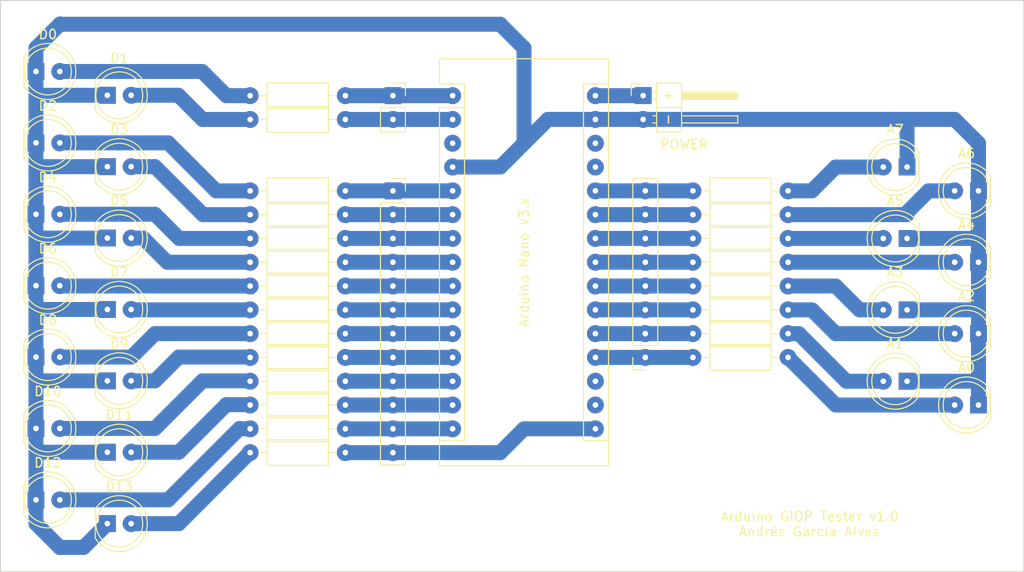
<source format=kicad_pcb>
(kicad_pcb (version 20211014) (generator pcbnew)
  (layers (0 "F.Cu" signal) (31 "B.Cu" signal) (34 "B.Paste" user) (35 "F.Paste" user) (36 "B.SilkS" user "B.Silkscreen") (37 "F.SilkS" user "F.Silkscreen") (38 "B.Mask" user) (39 "F.Mask" user) (44 "Edge.Cuts" user))
  (net 0 "")
  (net 1 "Net-(A1-Pad1)")
  (net 2 "Net-(A1-Pad2)")
  (net 4 "GND")
  (net 5 "Net-(A1-Pad5)")
  (net 6 "Net-(A1-Pad6)")
  (net 7 "Net-(A1-Pad7)")
  (net 8 "Net-(A1-Pad8)")
  (net 9 "Net-(A1-Pad9)")
  (net 10 "Net-(A1-Pad10)")
  (net 11 "Net-(A1-Pad11)")
  (net 12 "Net-(A1-Pad12)")
  (net 13 "Net-(A1-Pad13)")
  (net 14 "Net-(A1-Pad14)")
  (net 15 "Net-(A1-Pad15)")
  (net 16 "Net-(A1-Pad16)")
  (net 19 "Net-(A1-Pad19)")
  (net 20 "Net-(A1-Pad20)")
  (net 21 "Net-(A1-Pad21)")
  (net 22 "Net-(A1-Pad22)")
  (net 23 "Net-(A1-Pad23)")
  (net 24 "Net-(A1-Pad24)")
  (net 25 "Net-(A1-Pad25)")
  (net 26 "Net-(A1-Pad26)")
  (net 29 "+5V")
  (net 30 "Net-(D1-Pad2)")
  (net 31 "Net-(D2-Pad2)")
  (net 32 "Net-(D3-Pad2)")
  (net 33 "Net-(D4-Pad2)")
  (net 34 "Net-(D5-Pad2)")
  (net 35 "Net-(D6-Pad2)")
  (net 36 "Net-(D7-Pad2)")
  (net 37 "Net-(D8-Pad2)")
  (net 38 "Net-(D9-Pad2)")
  (net 39 "Net-(D10-Pad2)")
  (net 40 "Net-(D11-Pad2)")
  (net 41 "Net-(D12-Pad2)")
  (net 42 "Net-(D13-Pad2)")
  (net 43 "Net-(D14-Pad2)")
  (net 44 "Net-(D15-Pad2)")
  (net 45 "Net-(D16-Pad2)")
  (net 46 "Net-(D17-Pad2)")
  (net 47 "Net-(D18-Pad2)")
  (net 48 "Net-(D19-Pad2)")
  (net 49 "Net-(D20-Pad2)")
  (net 50 "Net-(D21-Pad2)")
  (net 51 "Net-(D22-Pad2)")
  (footprint "LED_THT:LED_D5.0mm" (layer "F.Cu") (at 54.59 119.34)
    (fp_text reference "D12" (at 1.27 -3.96) (layer "F.SilkS"))
    (fp_text value "LED" hide)
    (pad "1" thru_hole rect (at 0 0) (size 1.8 1.8) (drill 0.6) (layers *.Cu *.Mask) (net 4 "GND"))
    (pad "2" thru_hole circle (at 2.54 0) (size 1.8 1.8) (drill 0.6) (layers *.Cu *.Mask) (net 42 "Net-(D13-Pad2)"))
  )
  (footprint "Resistor_THT:R_Axial_DIN0207_L6.3mm_D2.5mm_P10.16mm_Horizontal" (layer "F.Cu") (at 87.61 101.6 180)
    (fp_text reference "R9" hide)
    (fp_text value "2K")
    (pad "1" thru_hole circle (at 0 0 180) (size 1.8 1.8) (drill 0.6) (layers *.Cu *.Mask) (net 11 "Net-(A1-Pad11)"))
    (pad "2" thru_hole circle (at 10.16 0 180) (size 1.8 1.8) (drill 0.6) (layers *.Cu *.Mask) (net 38 "Net-(D9-Pad2)"))
  )
  (footprint "Resistor_THT:R_Axial_DIN0207_L6.3mm_D2.5mm_P10.16mm_Horizontal" (layer "F.Cu") (at 124.7075 93.98)
    (fp_text reference "R19" hide)
    (fp_text value "2K")
    (pad "1" thru_hole circle (at 0 0) (size 1.8 1.8) (drill 0.6) (layers *.Cu *.Mask) (net 23 "Net-(A1-Pad23)"))
    (pad "2" thru_hole circle (at 10.16 0) (size 1.8 1.8) (drill 0.6) (layers *.Cu *.Mask) (net 48 "Net-(D19-Pad2)"))
  )
  (footprint "Resistor_THT:R_Axial_DIN0207_L6.3mm_D2.5mm_P10.16mm_Horizontal" (layer "F.Cu") (at 87.61 76.2 180)
    (fp_text reference "R2" hide)
    (fp_text value "2K")
    (pad "1" thru_hole circle (at 0 0 180) (size 1.8 1.8) (drill 0.6) (layers *.Cu *.Mask) (net 1 "Net-(A1-Pad1)"))
    (pad "2" thru_hole circle (at 10.16 0 180) (size 1.8 1.8) (drill 0.6) (layers *.Cu *.Mask) (net 31 "Net-(D2-Pad2)"))
  )
  (footprint "LED_THT:LED_D5.0mm" (layer "F.Cu") (at 54.59 96.48)
    (fp_text reference "D6" (at 1.27 -3.96) (layer "F.SilkS"))
    (fp_text value "LED" hide)
    (pad "1" thru_hole rect (at 0 0) (size 1.8 1.8) (drill 0.6) (layers *.Cu *.Mask) (net 4 "GND"))
    (pad "2" thru_hole circle (at 2.54 0) (size 1.8 1.8) (drill 0.6) (layers *.Cu *.Mask) (net 36 "Net-(D7-Pad2)"))
  )
  (footprint "Resistor_THT:R_Axial_DIN0207_L6.3mm_D2.5mm_P10.16mm_Horizontal" (layer "F.Cu") (at 87.61 99.06 180)
    (fp_text reference "R8" hide)
    (fp_text value "2K")
    (pad "1" thru_hole circle (at 0 0 180) (size 1.8 1.8) (drill 0.6) (layers *.Cu *.Mask) (net 10 "Net-(A1-Pad10)"))
    (pad "2" thru_hole circle (at 10.16 0 180) (size 1.8 1.8) (drill 0.6) (layers *.Cu *.Mask) (net 37 "Net-(D8-Pad2)"))
  )
  (footprint "Resistor_THT:R_Axial_DIN0207_L6.3mm_D2.5mm_P10.16mm_Horizontal" (layer "F.Cu") (at 87.61 86.36 180)
    (fp_text reference "R3" hide)
    (fp_text value "2K")
    (pad "1" thru_hole circle (at 0 0 180) (size 1.8 1.8) (drill 0.6) (layers *.Cu *.Mask) (net 5 "Net-(A1-Pad5)"))
    (pad "2" thru_hole circle (at 10.16 0 180) (size 1.8 1.8) (drill 0.6) (layers *.Cu *.Mask) (net 32 "Net-(D3-Pad2)"))
  )
  (footprint "LED_THT:LED_D5.0mm" (layer "F.Cu") (at 62.21 83.78)
    (fp_text reference "D3" (at 1.27 -3.96) (layer "F.SilkS"))
    (fp_text value "LED" hide)
    (pad "1" thru_hole rect (at 0 0) (size 1.8 1.8) (drill 0.6) (layers *.Cu *.Mask) (net 4 "GND"))
    (pad "2" thru_hole circle (at 2.54 0) (size 1.8 1.8) (drill 0.6) (layers *.Cu *.Mask) (net 33 "Net-(D4-Pad2)"))
  )
  (footprint "LED_THT:LED_D5.0mm" (layer "F.Cu") (at 62.21 99.02)
    (fp_text reference "D7" (at 1.27 -3.96) (layer "F.SilkS"))
    (fp_text value "LED" hide)
    (pad "1" thru_hole rect (at 0 0) (size 1.8 1.8) (drill 0.6) (layers *.Cu *.Mask) (net 4 "GND"))
    (pad "2" thru_hole circle (at 2.54 0) (size 1.8 1.8) (drill 0.6) (layers *.Cu *.Mask) (net 37 "Net-(D8-Pad2)"))
  )
  (footprint "Resistor_THT:R_Axial_DIN0207_L6.3mm_D2.5mm_P10.16mm_Horizontal" (layer "F.Cu") (at 87.61 78.74 180)
    (fp_text reference "R1" hide)
    (fp_text value "2K")
    (pad "1" thru_hole circle (at 0 0 180) (size 1.8 1.8) (drill 0.6) (layers *.Cu *.Mask) (net 2 "Net-(A1-Pad2)"))
    (pad "2" thru_hole circle (at 10.16 0 180) (size 1.8 1.8) (drill 0.6) (layers *.Cu *.Mask) (net 30 "Net-(D1-Pad2)"))
  )
  (footprint "Resistor_THT:R_Axial_DIN0207_L6.3mm_D2.5mm_P10.16mm_Horizontal" (layer "F.Cu") (at 87.61 111.76 180)
    (fp_text reference "R13" hide)
    (fp_text value "2K")
    (pad "1" thru_hole circle (at 0 0 180) (size 1.8 1.8) (drill 0.6) (layers *.Cu *.Mask) (net 15 "Net-(A1-Pad15)"))
    (pad "2" thru_hole circle (at 10.16 0 180) (size 1.8 1.8) (drill 0.6) (layers *.Cu *.Mask) (net 42 "Net-(D13-Pad2)"))
  )
  (footprint "LED_THT:LED_D5.0mm" (layer "F.Cu") (at 54.59 73.62)
    (fp_text reference "D0" (at 1.27 -3.96) (layer "F.SilkS"))
    (fp_text value "LED" hide)
    (pad "1" thru_hole rect (at 0 0) (size 1.8 1.8) (drill 0.6) (layers *.Cu *.Mask) (net 4 "GND"))
    (pad "2" thru_hole circle (at 2.54 0) (size 1.8 1.8) (drill 0.6) (layers *.Cu *.Mask) (net 31 "Net-(D2-Pad2)"))
  )
  (footprint "Resistor_THT:R_Axial_DIN0207_L6.3mm_D2.5mm_P10.16mm_Horizontal" (layer "F.Cu") (at 87.61 106.68 180)
    (fp_text reference "R11" hide)
    (fp_text value "2K")
    (pad "1" thru_hole circle (at 0 0 180) (size 1.8 1.8) (drill 0.6) (layers *.Cu *.Mask) (net 13 "Net-(A1-Pad13)"))
    (pad "2" thru_hole circle (at 10.16 0 180) (size 1.8 1.8) (drill 0.6) (layers *.Cu *.Mask) (net 40 "Net-(D11-Pad2)"))
  )
  (footprint "Resistor_THT:R_Axial_DIN0207_L6.3mm_D2.5mm_P10.16mm_Horizontal" (layer "F.Cu") (at 87.61 93.98 180)
    (fp_text reference "R6" hide)
    (fp_text value "2K")
    (pad "1" thru_hole circle (at 0 0 180) (size 1.8 1.8) (drill 0.6) (layers *.Cu *.Mask) (net 8 "Net-(A1-Pad8)"))
    (pad "2" thru_hole circle (at 10.16 0 180) (size 1.8 1.8) (drill 0.6) (layers *.Cu *.Mask) (net 35 "Net-(D6-Pad2)"))
  )
  (footprint "LED_THT:LED_D5.0mm" (layer "F.Cu") (at 62.21 106.64)
    (fp_text reference "D9" (at 1.27 -3.96) (layer "F.SilkS"))
    (fp_text value "LED" hide)
    (pad "1" thru_hole rect (at 0 0) (size 1.8 1.8) (drill 0.6) (layers *.Cu *.Mask) (net 4 "GND"))
    (pad "2" thru_hole circle (at 2.54 0) (size 1.8 1.8) (drill 0.6) (layers *.Cu *.Mask) (net 39 "Net-(D10-Pad2)"))
  )
  (footprint "Connector_PinSocket_2.54mm:PinSocket_1x12_P2.54mm_Vertical" (layer "F.Cu") (at 92.69 86.36)
    (fp_text reference "J3" hide)
    (fp_text value "Conn_01x12" hide)
    (pad "1" thru_hole rect (at 0 0) (size 1.8 1.8) (drill 0.6) (layers *.Cu *.Mask) (net 5 "Net-(A1-Pad5)"))
    (pad "2" thru_hole circle (at 0 2.54) (size 1.8 1.8) (drill 0.6) (layers *.Cu *.Mask) (net 6 "Net-(A1-Pad6)"))
    (pad "3" thru_hole circle (at 0 5.08) (size 1.8 1.8) (drill 0.6) (layers *.Cu *.Mask) (net 7 "Net-(A1-Pad7)"))
    (pad "4" thru_hole circle (at 0 7.62) (size 1.8 1.8) (drill 0.6) (layers *.Cu *.Mask) (net 8 "Net-(A1-Pad8)"))
    (pad "5" thru_hole circle (at 0 10.16) (size 1.8 1.8) (drill 0.6) (layers *.Cu *.Mask) (net 9 "Net-(A1-Pad9)"))
    (pad "6" thru_hole circle (at 0 12.7) (size 1.8 1.8) (drill 0.6) (layers *.Cu *.Mask) (net 10 "Net-(A1-Pad10)"))
    (pad "7" thru_hole circle (at 0 15.24) (size 1.8 1.8) (drill 0.6) (layers *.Cu *.Mask) (net 11 "Net-(A1-Pad11)"))
    (pad "8" thru_hole circle (at 0 17.78) (size 1.8 1.8) (drill 0.6) (layers *.Cu *.Mask) (net 12 "Net-(A1-Pad12)"))
    (pad "9" thru_hole circle (at 0 20.32) (size 1.8 1.8) (drill 0.6) (layers *.Cu *.Mask) (net 13 "Net-(A1-Pad13)"))
    (pad "10" thru_hole circle (at 0 22.86) (size 1.8 1.8) (drill 0.6) (layers *.Cu *.Mask) (net 14 "Net-(A1-Pad14)"))
    (pad "11" thru_hole circle (at 0 25.4) (size 1.8 1.8) (drill 0.6) (layers *.Cu *.Mask) (net 15 "Net-(A1-Pad15)"))
    (pad "12" thru_hole circle (at 0 27.94) (size 1.8 1.8) (drill 0.6) (layers *.Cu *.Mask) (net 16 "Net-(A1-Pad16)"))
  )
  (footprint "Module:Arduino_Nano" (layer "F.Cu") (at 99.06 76.2)
    (fp_text reference "Arduino Nano v3.x" (at 7.62 17.78 90) (layer "F.SilkS"))
    (fp_text value "Arduino Nano v3" hide)
    (pad "1" thru_hole circle (at 0 0) (size 1.8 1.8) (drill 0.6) (layers *.Cu *.Mask) (net 1 "Net-(A1-Pad1)"))
    (pad "2" thru_hole circle (at 0 2.54) (size 1.8 1.8) (drill 0.6) (layers *.Cu *.Mask) (net 2 "Net-(A1-Pad2)"))
    (pad "3" thru_hole circle (at 0 5.08) (size 1.8 1.8) (drill 0.6) (layers *.Cu *.Mask))
    (pad "4" thru_hole circle (at 0 7.62) (size 1.8 1.8) (drill 0.6) (layers *.Cu *.Mask) (net 4 "GND"))
    (pad "5" thru_hole circle (at 0 10.16) (size 1.8 1.8) (drill 0.6) (layers *.Cu *.Mask) (net 5 "Net-(A1-Pad5)"))
    (pad "6" thru_hole circle (at 0 12.7) (size 1.8 1.8) (drill 0.6) (layers *.Cu *.Mask) (net 6 "Net-(A1-Pad6)"))
    (pad "7" thru_hole circle (at 0 15.24) (size 1.8 1.8) (drill 0.6) (layers *.Cu *.Mask) (net 7 "Net-(A1-Pad7)"))
    (pad "8" thru_hole circle (at 0 17.78) (size 1.8 1.8) (drill 0.6) (layers *.Cu *.Mask) (net 8 "Net-(A1-Pad8)"))
    (pad "9" thru_hole circle (at 0 20.32) (size 1.8 1.8) (drill 0.6) (layers *.Cu *.Mask) (net 9 "Net-(A1-Pad9)"))
    (pad "10" thru_hole circle (at 0 22.86) (size 1.8 1.8) (drill 0.6) (layers *.Cu *.Mask) (net 10 "Net-(A1-Pad10)"))
    (pad "11" thru_hole circle (at 0 25.4) (size 1.8 1.8) (drill 0.6) (layers *.Cu *.Mask) (net 11 "Net-(A1-Pad11)"))
    (pad "12" thru_hole circle (at 0 27.94) (size 1.8 1.8) (drill 0.6) (layers *.Cu *.Mask) (net 12 "Net-(A1-Pad12)"))
    (pad "13" thru_hole circle (at 0 30.48) (size 1.8 1.8) (drill 0.6) (layers *.Cu *.Mask) (net 13 "Net-(A1-Pad13)"))
    (pad "14" thru_hole circle (at 0 33.02) (size 1.8 1.8) (drill 0.6) (layers *.Cu *.Mask) (net 14 "Net-(A1-Pad14)"))
    (pad "15" thru_hole circle (at 0 35.56) (size 1.8 1.8) (drill 0.6) (layers *.Cu *.Mask) (net 15 "Net-(A1-Pad15)"))
    (pad "16" thru_hole circle (at 15.24 35.56) (size 1.8 1.8) (drill 0.6) (layers *.Cu *.Mask) (net 16 "Net-(A1-Pad16)"))
    (pad "17" thru_hole circle (at 15.24 33.02) (size 1.8 1.8) (drill 0.6) (layers *.Cu *.Mask))
    (pad "18" thru_hole circle (at 15.24 30.48) (size 1.8 1.8) (drill 0.6) (layers *.Cu *.Mask))
    (pad "19" thru_hole circle (at 15.24 27.94) (size 1.8 1.8) (drill 0.6) (layers *.Cu *.Mask) (net 19 "Net-(A1-Pad19)"))
    (pad "20" thru_hole circle (at 15.24 25.4) (size 1.8 1.8) (drill 0.6) (layers *.Cu *.Mask) (net 20 "Net-(A1-Pad20)"))
    (pad "21" thru_hole circle (at 15.24 22.86) (size 1.8 1.8) (drill 0.6) (layers *.Cu *.Mask) (net 21 "Net-(A1-Pad21)"))
    (pad "22" thru_hole circle (at 15.24 20.32) (size 1.8 1.8) (drill 0.6) (layers *.Cu *.Mask) (net 22 "Net-(A1-Pad22)"))
    (pad "23" thru_hole circle (at 15.24 17.78) (size 1.8 1.8) (drill 0.6) (layers *.Cu *.Mask) (net 23 "Net-(A1-Pad23)"))
    (pad "24" thru_hole circle (at 15.24 15.24) (size 1.8 1.8) (drill 0.6) (layers *.Cu *.Mask) (net 24 "Net-(A1-Pad24)"))
    (pad "25" thru_hole circle (at 15.24 12.7) (size 1.8 1.8) (drill 0.6) (layers *.Cu *.Mask) (net 25 "Net-(A1-Pad25)"))
    (pad "26" thru_hole circle (at 15.24 10.16) (size 1.8 1.8) (drill 0.6) (layers *.Cu *.Mask) (net 26 "Net-(A1-Pad26)"))
    (pad "27" thru_hole circle (at 15.24 7.62) (size 1.8 1.8) (drill 0.6) (layers *.Cu *.Mask))
    (pad "28" thru_hole circle (at 15.24 5.08) (size 1.8 1.8) (drill 0.6) (layers *.Cu *.Mask))
    (pad "29" thru_hole circle (at 15.24 2.54) (size 1.8 1.8) (drill 0.6) (layers *.Cu *.Mask) (net 4 "GND"))
    (pad "30" thru_hole circle (at 15.24 0) (size 1.8 1.8) (drill 0.6) (layers *.Cu *.Mask) (net 29 "+5V"))
  )
  (footprint "LED_THT:LED_D5.0mm" (layer "F.Cu") (at 147.5675 106.68 180)
    (fp_text reference "A1" (at 1.27 4) (layer "F.SilkS"))
    (fp_text value "LED" hide)
    (pad "1" thru_hole rect (at 0 0 180) (size 1.8 1.8) (drill 0.6) (layers *.Cu *.Mask) (net 4 "GND"))
    (pad "2" thru_hole circle (at 2.54 0 180) (size 1.8 1.8) (drill 0.6) (layers *.Cu *.Mask) (net 45 "Net-(D16-Pad2)"))
  )
  (footprint "LED_THT:LED_D5.0mm" (layer "F.Cu") (at 147.5675 83.82 180)
    (fp_text reference "A7" (at 1.27 4) (layer "F.SilkS"))
    (fp_text value "LED" hide)
    (pad "1" thru_hole rect (at 0 0 180) (size 1.8 1.8) (drill 0.6) (layers *.Cu *.Mask) (net 4 "GND"))
    (pad "2" thru_hole circle (at 2.54 0 180) (size 1.8 1.8) (drill 0.6) (layers *.Cu *.Mask) (net 51 "Net-(D22-Pad2)"))
  )
  (footprint "Resistor_THT:R_Axial_DIN0207_L6.3mm_D2.5mm_P10.16mm_Horizontal" (layer "F.Cu") (at 124.7075 96.52)
    (fp_text reference "R18" hide)
    (fp_text value "2K")
    (pad "1" thru_hole circle (at 0 0) (size 1.8 1.8) (drill 0.6) (layers *.Cu *.Mask) (net 22 "Net-(A1-Pad22)"))
    (pad "2" thru_hole circle (at 10.16 0) (size 1.8 1.8) (drill 0.6) (layers *.Cu *.Mask) (net 47 "Net-(D18-Pad2)"))
  )
  (footprint "Resistor_THT:R_Axial_DIN0207_L6.3mm_D2.5mm_P10.16mm_Horizontal" (layer "F.Cu") (at 124.7075 91.44)
    (fp_text reference "R20" hide)
    (fp_text value "2K")
    (pad "1" thru_hole circle (at 0 0) (size 1.8 1.8) (drill 0.6) (layers *.Cu *.Mask) (net 24 "Net-(A1-Pad24)"))
    (pad "2" thru_hole circle (at 10.16 0) (size 1.8 1.8) (drill 0.6) (layers *.Cu *.Mask) (net 49 "Net-(D20-Pad2)"))
  )
  (footprint "Resistor_THT:R_Axial_DIN0207_L6.3mm_D2.5mm_P10.16mm_Horizontal" (layer "F.Cu") (at 87.61 91.44 180)
    (fp_text reference "R5" hide)
    (fp_text value "2K")
    (pad "1" thru_hole circle (at 0 0 180) (size 1.8 1.8) (drill 0.6) (layers *.Cu *.Mask) (net 7 "Net-(A1-Pad7)"))
    (pad "2" thru_hole circle (at 10.16 0 180) (size 1.8 1.8) (drill 0.6) (layers *.Cu *.Mask) (net 34 "Net-(D5-Pad2)"))
  )
  (footprint "Connector_PinSocket_2.54mm:PinSocket_1x02_P2.54mm_Vertical" (layer "F.Cu") (at 92.69 76.2)
    (fp_text reference "J2" hide)
    (fp_text value "Conn_01x02" hide)
    (pad "1" thru_hole rect (at 0 0) (size 1.8 1.8) (drill 0.6) (layers *.Cu *.Mask) (net 1 "Net-(A1-Pad1)"))
    (pad "2" thru_hole circle (at 0 2.54) (size 1.8 1.8) (drill 0.6) (layers *.Cu *.Mask) (net 2 "Net-(A1-Pad2)"))
  )
  (footprint "Resistor_THT:R_Axial_DIN0207_L6.3mm_D2.5mm_P10.16mm_Horizontal" (layer "F.Cu") (at 87.61 88.9 180)
    (fp_text reference "R4" hide)
    (fp_text value "2K")
    (pad "1" thru_hole circle (at 0 0 180) (size 1.8 1.8) (drill 0.6) (layers *.Cu *.Mask) (net 6 "Net-(A1-Pad6)"))
    (pad "2" thru_hole circle (at 10.16 0 180) (size 1.8 1.8) (drill 0.6) (layers *.Cu *.Mask) (net 33 "Net-(D4-Pad2)"))
  )
  (footprint "Resistor_THT:R_Axial_DIN0207_L6.3mm_D2.5mm_P10.16mm_Horizontal" (layer "F.Cu") (at 124.7075 101.6)
    (fp_text reference "R16" hide)
    (fp_text value "2K")
    (pad "1" thru_hole circle (at 0 0) (size 1.8 1.8) (drill 0.6) (layers *.Cu *.Mask) (net 20 "Net-(A1-Pad20)"))
    (pad "2" thru_hole circle (at 10.16 0) (size 1.8 1.8) (drill 0.6) (layers *.Cu *.Mask) (net 45 "Net-(D16-Pad2)"))
  )
  (footprint "LED_THT:LED_D5.0mm" (layer "F.Cu") (at 155.1875 109.22 180)
    (fp_text reference "A0" (at 1.27 4) (layer "F.SilkS"))
    (fp_text value "LED" hide)
    (pad "1" thru_hole rect (at 0 0 180) (size 1.8 1.8) (drill 0.6) (layers *.Cu *.Mask) (net 4 "GND"))
    (pad "2" thru_hole circle (at 2.54 0 180) (size 1.8 1.8) (drill 0.6) (layers *.Cu *.Mask) (net 44 "Net-(D15-Pad2)"))
  )
  (footprint "Resistor_THT:R_Axial_DIN0207_L6.3mm_D2.5mm_P10.16mm_Horizontal" (layer "F.Cu") (at 124.7075 88.9)
    (fp_text reference "R21" hide)
    (fp_text value "2K")
    (pad "1" thru_hole circle (at 0 0) (size 1.8 1.8) (drill 0.6) (layers *.Cu *.Mask) (net 25 "Net-(A1-Pad25)"))
    (pad "2" thru_hole circle (at 10.16 0) (size 1.8 1.8) (drill 0.6) (layers *.Cu *.Mask) (net 50 "Net-(D21-Pad2)"))
  )
  (footprint "Connector_PinSocket_2.54mm:PinSocket_1x08_P2.54mm_Vertical" (layer "F.Cu") (at 119.6275 104.14 180)
    (fp_text reference "J4" hide)
    (fp_text value "Conn_01x08" hide)
    (pad "1" thru_hole circle (at 0 0 180) (size 1.8 1.8) (drill 0.6) (layers *.Cu *.Mask) (net 19 "Net-(A1-Pad19)"))
    (pad "2" thru_hole circle (at 0 2.54 180) (size 1.8 1.8) (drill 0.6) (layers *.Cu *.Mask) (net 20 "Net-(A1-Pad20)"))
    (pad "3" thru_hole circle (at 0 5.08 180) (size 1.8 1.8) (drill 0.6) (layers *.Cu *.Mask) (net 21 "Net-(A1-Pad21)"))
    (pad "4" thru_hole circle (at 0 7.62 180) (size 1.8 1.8) (drill 0.6) (layers *.Cu *.Mask) (net 22 "Net-(A1-Pad22)"))
    (pad "5" thru_hole circle (at 0 10.16 180) (size 1.8 1.8) (drill 0.6) (layers *.Cu *.Mask) (net 23 "Net-(A1-Pad23)"))
    (pad "6" thru_hole circle (at 0 12.7 180) (size 1.8 1.8) (drill 0.6) (layers *.Cu *.Mask) (net 24 "Net-(A1-Pad24)"))
    (pad "7" thru_hole circle (at 0 15.24 180) (size 1.8 1.8) (drill 0.6) (layers *.Cu *.Mask) (net 25 "Net-(A1-Pad25)"))
    (pad "8" thru_hole circle (at 0 17.78 180) (size 1.8 1.8) (drill 0.6) (layers *.Cu *.Mask) (net 26 "Net-(A1-Pad26)"))
  )
  (footprint "LED_THT:LED_D5.0mm" (layer "F.Cu") (at 62.21 91.4)
    (fp_text reference "D5" (at 1.27 -3.96) (layer "F.SilkS"))
    (fp_text value "LED" hide)
    (pad "1" thru_hole rect (at 0 0) (size 1.8 1.8) (drill 0.6) (layers *.Cu *.Mask) (net 4 "GND"))
    (pad "2" thru_hole circle (at 2.54 0) (size 1.8 1.8) (drill 0.6) (layers *.Cu *.Mask) (net 35 "Net-(D6-Pad2)"))
  )
  (footprint "Connector_PinHeader_2.54mm:PinHeader_1x02_P2.54mm_Horizontal" (layer "F.Cu") (at 119.3975 76.195)
    (fp_text reference "POWER" (at 4.375 5.205 180) (layer "F.SilkS"))
    (fp_text value "POWER" hide)
    (pad "1" thru_hole rect (at 0 0) (size 1.8 1.8) (drill 0.6) (layers *.Cu *.Mask) (net 29 "+5V"))
    (pad "2" thru_hole circle (at 0 2.54) (size 1.8 1.8) (drill 0.6) (layers *.Cu *.Mask) (net 4 "GND"))
  )
  (footprint "LED_THT:LED_D5.0mm" (layer "F.Cu") (at 62.21 121.88)
    (fp_text reference "D13" (at 1.27 -3.96) (layer "F.SilkS"))
    (fp_text value "LED" hide)
    (pad "1" thru_hole rect (at 0 0) (size 1.8 1.8) (drill 0.6) (layers *.Cu *.Mask) (net 4 "GND"))
    (pad "2" thru_hole circle (at 2.54 0) (size 1.8 1.8) (drill 0.6) (layers *.Cu *.Mask) (net 43 "Net-(D14-Pad2)"))
  )
  (footprint "Resistor_THT:R_Axial_DIN0207_L6.3mm_D2.5mm_P10.16mm_Horizontal" (layer "F.Cu") (at 124.7075 86.36)
    (fp_text reference "R22" hide)
    (fp_text value "2K")
    (pad "1" thru_hole circle (at 0 0) (size 1.8 1.8) (drill 0.6) (layers *.Cu *.Mask) (net 26 "Net-(A1-Pad26)"))
    (pad "2" thru_hole circle (at 10.16 0) (size 1.8 1.8) (drill 0.6) (layers *.Cu *.Mask) (net 51 "Net-(D22-Pad2)"))
  )
  (footprint "Resistor_THT:R_Axial_DIN0207_L6.3mm_D2.5mm_P10.16mm_Horizontal" (layer "F.Cu") (at 87.61 96.52 180)
    (fp_text reference "R7" hide)
    (fp_text value "2K")
    (pad "1" thru_hole circle (at 0 0 180) (size 1.8 1.8) (drill 0.6) (layers *.Cu *.Mask) (net 9 "Net-(A1-Pad9)"))
    (pad "2" thru_hole circle (at 10.16 0 180) (size 1.8 1.8) (drill 0.6) (layers *.Cu *.Mask) (net 36 "Net-(D7-Pad2)"))
  )
  (footprint "LED_THT:LED_D5.0mm" (layer "F.Cu") (at 54.59 104.1)
    (fp_text reference "D8" (at 1.27 -3.96) (layer "F.SilkS"))
    (fp_text value "LED" hide)
    (pad "1" thru_hole rect (at 0 0) (size 1.8 1.8) (drill 0.6) (layers *.Cu *.Mask) (net 4 "GND"))
    (pad "2" thru_hole circle (at 2.54 0) (size 1.8 1.8) (drill 0.6) (layers *.Cu *.Mask) (net 38 "Net-(D9-Pad2)"))
  )
  (footprint "LED_THT:LED_D5.0mm" (layer "F.Cu") (at 155.1875 86.36 180)
    (fp_text reference "A6" (at 1.27 4) (layer "F.SilkS"))
    (fp_text value "LED" hide)
    (pad "1" thru_hole rect (at 0 0 180) (size 1.8 1.8) (drill 0.6) (layers *.Cu *.Mask) (net 4 "GND"))
    (pad "2" thru_hole circle (at 2.54 0 180) (size 1.8 1.8) (drill 0.6) (layers *.Cu *.Mask) (net 50 "Net-(D21-Pad2)"))
  )
  (footprint "LED_THT:LED_D5.0mm" (layer "F.Cu") (at 54.59 81.24)
    (fp_text reference "D2" (at 1.27 -3.96) (layer "F.SilkS"))
    (fp_text value "LED" hide)
    (pad "1" thru_hole rect (at 0 0) (size 1.8 1.8) (drill 0.6) (layers *.Cu *.Mask) (net 4 "GND"))
    (pad "2" thru_hole circle (at 2.54 0) (size 1.8 1.8) (drill 0.6) (layers *.Cu *.Mask) (net 32 "Net-(D3-Pad2)"))
  )
  (footprint "LED_THT:LED_D5.0mm" (layer "F.Cu") (at 54.59 88.86)
    (fp_text reference "D4" (at 1.27 -3.96) (layer "F.SilkS"))
    (fp_text value "LED" hide)
    (pad "1" thru_hole rect (at 0 0) (size 1.8 1.8) (drill 0.6) (layers *.Cu *.Mask) (net 4 "GND"))
    (pad "2" thru_hole circle (at 2.54 0) (size 1.8 1.8) (drill 0.6) (layers *.Cu *.Mask) (net 34 "Net-(D5-Pad2)"))
  )
  (footprint "Resistor_THT:R_Axial_DIN0207_L6.3mm_D2.5mm_P10.16mm_Horizontal" (layer "F.Cu") (at 87.61 109.22 180)
    (fp_text reference "R12" hide)
    (fp_text value "2K")
    (pad "1" thru_hole circle (at 0 0 180) (size 1.8 1.8) (drill 0.6) (layers *.Cu *.Mask) (net 14 "Net-(A1-Pad14)"))
    (pad "2" thru_hole circle (at 10.16 0 180) (size 1.8 1.8) (drill 0.6) (layers *.Cu *.Mask) (net 41 "Net-(D12-Pad2)"))
  )
  (footprint "Resistor_THT:R_Axial_DIN0207_L6.3mm_D2.5mm_P10.16mm_Horizontal" (layer "F.Cu") (at 87.61 104.14 180)
    (fp_text reference "R10" hide)
    (fp_text value "2K")
    (pad "1" thru_hole circle (at 0 0 180) (size 1.8 1.8) (drill 0.6) (layers *.Cu *.Mask) (net 12 "Net-(A1-Pad12)"))
    (pad "2" thru_hole circle (at 10.16 0 180) (size 1.8 1.8) (drill 0.6) (layers *.Cu *.Mask) (net 39 "Net-(D10-Pad2)"))
  )
  (footprint "Resistor_THT:R_Axial_DIN0207_L6.3mm_D2.5mm_P10.16mm_Horizontal" (layer "F.Cu") (at 87.61 114.3 180)
    (fp_text reference "R14" hide)
    (fp_text value "2K")
    (pad "1" thru_hole circle (at 0 0 180) (size 1.8 1.8) (drill 0.6) (layers *.Cu *.Mask) (net 16 "Net-(A1-Pad16)"))
    (pad "2" thru_hole circle (at 10.16 0 180) (size 1.8 1.8) (drill 0.6) (layers *.Cu *.Mask) (net 43 "Net-(D14-Pad2)"))
  )
  (footprint "LED_THT:LED_D5.0mm" (layer "F.Cu") (at 54.59 111.72)
    (fp_text reference "D10" (at 1.27 -3.96) (layer "F.SilkS"))
    (fp_text value "LED" hide)
    (pad "1" thru_hole rect (at 0 0) (size 1.8 1.8) (drill 0.6) (layers *.Cu *.Mask) (net 4 "GND"))
    (pad "2" thru_hole circle (at 2.54 0) (size 1.8 1.8) (drill 0.6) (layers *.Cu *.Mask) (net 40 "Net-(D11-Pad2)"))
  )
  (footprint "LED_THT:LED_D5.0mm" (layer "F.Cu") (at 155.1875 93.98 180)
    (fp_text reference "A4" (at 1.27 4) (layer "F.SilkS"))
    (fp_text value "LED" hide)
    (pad "1" thru_hole rect (at 0 0 180) (size 1.8 1.8) (drill 0.6) (layers *.Cu *.Mask) (net 4 "GND"))
    (pad "2" thru_hole circle (at 2.54 0 180) (size 1.8 1.8) (drill 0.6) (layers *.Cu *.Mask) (net 48 "Net-(D19-Pad2)"))
  )
  (footprint "LED_THT:LED_D5.0mm" (layer "F.Cu") (at 62.21 76.16)
    (fp_text reference "D1" (at 1.27 -3.96) (layer "F.SilkS"))
    (fp_text value "LED" hide)
    (pad "1" thru_hole rect (at 0 0) (size 1.8 1.8) (drill 0.6) (layers *.Cu *.Mask) (net 4 "GND"))
    (pad "2" thru_hole circle (at 2.54 0) (size 1.8 1.8) (drill 0.6) (layers *.Cu *.Mask) (net 30 "Net-(D1-Pad2)"))
  )
  (footprint "Resistor_THT:R_Axial_DIN0207_L6.3mm_D2.5mm_P10.16mm_Horizontal" (layer "F.Cu") (at 124.7075 104.14)
    (fp_text reference "R15" hide)
    (fp_text value "2K")
    (pad "1" thru_hole circle (at 0 0) (size 1.8 1.8) (drill 0.6) (layers *.Cu *.Mask) (net 19 "Net-(A1-Pad19)"))
    (pad "2" thru_hole circle (at 10.16 0) (size 1.8 1.8) (drill 0.6) (layers *.Cu *.Mask) (net 44 "Net-(D15-Pad2)"))
  )
  (footprint "LED_THT:LED_D5.0mm" (layer "F.Cu") (at 147.5675 99.06 180)
    (fp_text reference "A3" (at 1.27 4) (layer "F.SilkS"))
    (fp_text value "LED" hide)
    (pad "1" thru_hole rect (at 0 0 180) (size 1.8 1.8) (drill 0.6) (layers *.Cu *.Mask) (net 4 "GND"))
    (pad "2" thru_hole circle (at 2.54 0 180) (size 1.8 1.8) (drill 0.6) (layers *.Cu *.Mask) (net 47 "Net-(D18-Pad2)"))
  )
  (footprint "LED_THT:LED_D5.0mm" (layer "F.Cu") (at 155.1875 101.6 180)
    (fp_text reference "A2" (at 1.27 4) (layer "F.SilkS"))
    (fp_text value "LED" hide)
    (pad "1" thru_hole rect (at 0 0 180) (size 1.8 1.8) (drill 0.6) (layers *.Cu *.Mask) (net 4 "GND"))
    (pad "2" thru_hole circle (at 2.54 0 180) (size 1.8 1.8) (drill 0.6) (layers *.Cu *.Mask) (net 46 "Net-(D17-Pad2)"))
  )
  (footprint "LED_THT:LED_D5.0mm" (layer "F.Cu") (at 62.21 114.26)
    (fp_text reference "D11" (at 1.27 -3.96) (layer "F.SilkS"))
    (fp_text value "LED" hide)
    (pad "1" thru_hole rect (at 0 0) (size 1.8 1.8) (drill 0.6) (layers *.Cu *.Mask) (net 4 "GND"))
    (pad "2" thru_hole circle (at 2.54 0) (size 1.8 1.8) (drill 0.6) (layers *.Cu *.Mask) (net 41 "Net-(D12-Pad2)"))
  )
  (footprint "Resistor_THT:R_Axial_DIN0207_L6.3mm_D2.5mm_P10.16mm_Horizontal" (layer "F.Cu") (at 124.7075 99.06)
    (fp_text reference "R17" hide)
    (fp_text value "2K")
    (pad "1" thru_hole circle (at 0 0) (size 1.8 1.8) (drill 0.6) (layers *.Cu *.Mask) (net 21 "Net-(A1-Pad21)"))
    (pad "2" thru_hole circle (at 10.16 0) (size 1.8 1.8) (drill 0.6) (layers *.Cu *.Mask) (net 46 "Net-(D17-Pad2)"))
  )
  (footprint "LED_THT:LED_D5.0mm" (layer "F.Cu") (at 147.5675 91.44 180)
    (fp_text reference "A5" (at 1.27 4) (layer "F.SilkS"))
    (fp_text value "LED" hide)
    (pad "1" thru_hole rect (at 0 0 180) (size 1.8 1.8) (drill 0.6) (layers *.Cu *.Mask) (net 4 "GND"))
    (pad "2" thru_hole circle (at 2.54 0 180) (size 1.8 1.8) (drill 0.6) (layers *.Cu *.Mask) (net 49 "Net-(D20-Pad2)"))
  )
  (gr_line (start 50.8 66.04) (end 160.02 66.04) (layer "Edge.Cuts") (width 0.1))
  (gr_line (start 50.8 127) (end 50.8 66.04) (layer "Edge.Cuts") (width 0.1))
  (gr_line (start 160.02 127) (end 50.8 127) (layer "Edge.Cuts") (width 0.1))
  (gr_line (start 160.02 66.04) (end 160.02 127) (layer "Edge.Cuts") (width 0.1))
  (gr_text "-" (at 122.1675 78.74 270) (layer "F.SilkS") (effects (font (size 1 1))))
  (gr_text "Arduino GIOP Tester v1.0\nAndrés Garcia Alves" (at 137.16 121.92) (layer "F.SilkS") (effects (font (size 1 1))))
  (gr_text "+" (at 122.1675 76.2 270) (layer "F.SilkS") (effects (font (size 1 1))))
  (segment (start 99.06 76.2) (end 87.61 76.2) (width 1.6) (layer "B.Cu") (net 1))
  (segment (start 99.06 78.74) (end 87.61 78.74) (width 1.6) (layer "B.Cu") (net 2))
  (segment (start 147.5675 91.44) (end 155.1875 91.44) (width 1.6) (layer "B.Cu") (net 4))
  (segment (start 155.1875 106.68) (end 155.1875 109.22) (width 1.6) (layer "B.Cu") (net 4))
  (segment (start 54.59 99.02) (end 54.59 91.4) (width 1.6) (layer "B.Cu") (net 4))
  (segment (start 57.13 124.42) (end 54.59 121.88) (width 1.6) (layer "B.Cu") (net 4))
  (segment (start 62.21 91.4) (end 54.59 91.4) (width 1.6) (layer "B.Cu") (net 4))
  (segment (start 62.21 99.02) (end 54.59 99.02) (width 1.6) (layer "B.Cu") (net 4))
  (segment (start 62.21 106.64) (end 54.59 106.64) (width 1.6) (layer "B.Cu") (net 4))
  (segment (start 62.21 76.16) (end 54.59 76.16) (width 1.6) (layer "B.Cu") (net 4))
  (segment (start 119.3925 78.74) (end 119.3975 78.735) (width 1.6) (layer "B.Cu") (net 4))
  (segment (start 155.1875 99.06) (end 155.1875 106.68) (width 1.6) (layer "B.Cu") (net 4))
  (segment (start 155.1875 91.44) (end 155.1875 81.28) (width 1.6) (layer "B.Cu") (net 4))
  (segment (start 147.5675 106.68) (end 155.1875 106.68) (width 1.6) (layer "B.Cu") (net 4))
  (segment (start 54.59 91.4) (end 54.59 83.78) (width 1.6) (layer "B.Cu") (net 4))
  (segment (start 147.5675 99.06) (end 155.1875 99.06) (width 1.6) (layer "B.Cu") (net 4))
  (segment (start 54.59 73.62) (end 54.59 71.12) (width 1.6) (layer "B.Cu") (net 4))
  (segment (start 54.59 119.34) (end 54.59 114.26) (width 1.6) (layer "B.Cu") (net 4))
  (segment (start 54.59 106.64) (end 54.59 99.02) (width 1.6) (layer "B.Cu") (net 4))
  (segment (start 109.225 78.735) (end 106.68 81.28) (width 1.6) (layer "B.Cu") (net 4))
  (segment (start 57.21 68.58) (end 57.17 68.54) (width 1.6) (layer "B.Cu") (net 4))
  (segment (start 54.59 83.78) (end 54.59 76.16) (width 1.6) (layer "B.Cu") (net 4))
  (segment (start 59.67 124.42) (end 57.13 124.42) (width 1.6) (layer "B.Cu") (net 4))
  (segment (start 147.5675 78.74) (end 147.5725 78.735) (width 1.6) (layer "B.Cu") (net 4))
  (segment (start 62.21 83.78) (end 54.59 83.78) (width 1.6) (layer "B.Cu") (net 4))
  (segment (start 62.21 121.88) (end 59.67 124.42) (width 1.6) (layer "B.Cu") (net 4))
  (segment (start 62.21 114.26) (end 54.59 114.26) (width 1.6) (layer "B.Cu") (net 4))
  (segment (start 104.14 83.82) (end 106.68 81.28) (width 1.6) (layer "B.Cu") (net 4))
  (segment (start 104.14 68.58) (end 106.68 71.12) (width 1.6) (layer "B.Cu") (net 4))
  (segment (start 54.59 114.26) (end 54.59 106.64) (width 1.6) (layer "B.Cu") (net 4))
  (segment (start 104.14 68.58) (end 57.21 68.58) (width 1.6) (layer "B.Cu") (net 4))
  (segment (start 155.1875 91.44) (end 155.1875 99.06) (width 1.6) (layer "B.Cu") (net 4))
  (segment (start 152.6425 78.735) (end 109.225 78.735) (width 1.6) (layer "B.Cu") (net 4))
  (segment (start 54.59 71.12) (end 57.17 68.54) (width 1.6) (layer "B.Cu") (net 4))
  (segment (start 155.1875 81.28) (end 152.6425 78.735) (width 1.6) (layer "B.Cu") (net 4))
  (segment (start 54.59 121.88) (end 54.59 119.34) (width 1.6) (layer "B.Cu") (net 4))
  (segment (start 147.5675 83.82) (end 147.5675 78.74) (width 1.6) (layer "B.Cu") (net 4))
  (segment (start 99.06 83.82) (end 104.14 83.82) (width 1.6) (layer "B.Cu") (net 4))
  (segment (start 106.68 71.12) (end 106.68 81.28) (width 1.6) (layer "B.Cu") (net 4))
  (segment (start 54.59 76.16) (end 54.59 73.62) (width 1.6) (layer "B.Cu") (net 4))
  (segment (start 99.06 86.36) (end 87.61 86.36) (width 1.6) (layer "B.Cu") (net 5))
  (segment (start 99.06 88.9) (end 87.61 88.9) (width 1.6) (layer "B.Cu") (net 6))
  (segment (start 99.06 91.44) (end 87.61 91.44) (width 1.6) (layer "B.Cu") (net 7))
  (segment (start 99.06 93.98) (end 87.61 93.98) (width 1.6) (layer "B.Cu") (net 8))
  (segment (start 99.06 96.52) (end 87.61 96.52) (width 1.6) (layer "B.Cu") (net 9))
  (segment (start 99.06 99.06) (end 87.61 99.06) (width 1.6) (layer "B.Cu") (net 10))
  (segment (start 99.06 101.6) (end 87.61 101.6) (width 1.6) (layer "B.Cu") (net 11))
  (segment (start 99.06 104.14) (end 87.61 104.14) (width 1.6) (layer "B.Cu") (net 12))
  (segment (start 99.06 106.68) (end 87.61 106.68) (width 1.6) (layer "B.Cu") (net 13))
  (segment (start 99.06 109.22) (end 87.61 109.22) (width 1.6) (layer "B.Cu") (net 14))
  (segment (start 99.06 111.76) (end 87.61 111.76) (width 1.6) (layer "B.Cu") (net 15))
  (segment (start 106.68 111.76) (end 114.3 111.76) (width 1.6) (layer "B.Cu") (net 16))
  (segment (start 104.13 114.31) (end 106.68 111.76) (width 1.6) (layer "B.Cu") (net 16))
  (segment (start 104.12 114.3) (end 104.13 114.31) (width 1.6) (layer "B.Cu") (net 16))
  (segment (start 104.12 114.3) (end 87.61 114.3) (width 1.6) (layer "B.Cu") (net 16))
  (segment (start 114.3 104.14) (end 124.7075 104.14) (width 1.6) (layer "B.Cu") (net 19))
  (segment (start 114.3 101.6) (end 124.7075 101.6) (width 1.6) (layer "B.Cu") (net 20))
  (segment (start 114.3 99.06) (end 124.7075 99.06) (width 1.6) (layer "B.Cu") (net 21))
  (segment (start 114.3 96.52) (end 124.7075 96.52) (width 1.6) (layer "B.Cu") (net 22))
  (segment (start 114.3 93.98) (end 124.7075 93.98) (width 1.6) (layer "B.Cu") (net 23))
  (segment (start 114.3 91.44) (end 124.7075 91.44) (width 1.6) (layer "B.Cu") (net 24))
  (segment (start 114.3 88.9) (end 124.7075 88.9) (width 1.6) (layer "B.Cu") (net 25))
  (segment (start 114.3 86.36) (end 124.7075 86.36) (width 1.6) (layer "B.Cu") (net 26))
  (segment (start 114.3 76.2) (end 119.3925 76.2) (width 1.6) (layer "B.Cu") (net 29))
  (segment (start 119.3925 76.2) (end 119.3975 76.195) (width 1.6) (layer "B.Cu") (net 29))
  (segment (start 64.75 76.16) (end 69.79 76.16) (width 1.6) (layer "B.Cu") (net 30))
  (segment (start 72.37 78.74) (end 77.45 78.74) (width 1.6) (layer "B.Cu") (net 30))
  (segment (start 69.79 76.16) (end 72.37 78.74) (width 1.6) (layer "B.Cu") (net 30))
  (segment (start 57.13 73.62) (end 72.33 73.62) (width 1.6) (layer "B.Cu") (net 31))
  (segment (start 72.33 73.62) (end 74.91 76.2) (width 1.6) (layer "B.Cu") (net 31))
  (segment (start 74.91 76.2) (end 77.45 76.2) (width 1.6) (layer "B.Cu") (net 31))
  (segment (start 73.81863 86.36) (end 68.69863 81.24) (width 1.6) (layer "B.Cu") (net 32))
  (segment (start 77.45 86.36) (end 73.81863 86.36) (width 1.6) (layer "B.Cu") (net 32))
  (segment (start 57.13 81.24) (end 68.69863 81.24) (width 1.6) (layer "B.Cu") (net 32))
  (segment (start 64.75 83.78) (end 67.29 83.78) (width 1.6) (layer "B.Cu") (net 33))
  (segment (start 72.41 88.9) (end 77.45 88.9) (width 1.6) (layer "B.Cu") (net 33))
  (segment (start 67.29 83.78) (end 72.41 88.9) (width 1.6) (layer "B.Cu") (net 33))
  (segment (start 67.29 88.86) (end 57.13 88.86) (width 1.6) (layer "B.Cu") (net 34))
  (segment (start 77.45 91.44) (end 69.87 91.44) (width 1.6) (layer "B.Cu") (net 34))
  (segment (start 69.87 91.44) (end 67.29 88.86) (width 1.6) (layer "B.Cu") (net 34))
  (segment (start 66.02 91.4) (end 64.75 91.4) (width 1.6) (layer "B.Cu") (net 35))
  (segment (start 68.6 93.98) (end 66.02 91.4) (width 1.6) (layer "B.Cu") (net 35))
  (segment (start 77.45 93.98) (end 68.6 93.98) (width 1.6) (layer "B.Cu") (net 35))
  (segment (start 77.45 96.52) (end 57.17 96.52) (width 1.6) (layer "B.Cu") (net 36))
  (segment (start 57.17 96.52) (end 57.13 96.48) (width 1.6) (layer "B.Cu") (net 36))
  (segment (start 64.79 99.06) (end 64.75 99.02) (width 1.6) (layer "B.Cu") (net 37))
  (segment (start 77.45 99.06) (end 64.79 99.06) (width 1.6) (layer "B.Cu") (net 37))
  (segment (start 64.79 104.1) (end 57.13 104.1) (width 1.6) (layer "B.Cu") (net 38))
  (segment (start 64.79 104.1) (end 67.29 101.6) (width 1.6) (layer "B.Cu") (net 38))
  (segment (start 67.29 101.6) (end 77.45 101.6) (width 1.6) (layer "B.Cu") (net 38))
  (segment (start 77.45 104.1) (end 69.83 104.1) (width 1.6) (layer "B.Cu") (net 39))
  (segment (start 64.75 106.64) (end 67.29 106.64) (width 1.6) (layer "B.Cu") (net 39))
  (segment (start 69.83 104.1) (end 67.29 106.64) (width 1.6) (layer "B.Cu") (net 39))
  (segment (start 67.29 111.72) (end 57.13 111.72) (width 1.6) (layer "B.Cu") (net 40))
  (segment (start 72.37 106.64) (end 67.29 111.72) (width 1.6) (layer "B.Cu") (net 40))
  (segment (start 77.45 106.64) (end 72.37 106.64) (width 1.6) (layer "B.Cu") (net 40))
  (segment (start 77.45 109.18) (end 74.91 109.18) (width 1.6) (layer "B.Cu") (net 41))
  (segment (start 74.91 109.18) (end 69.83 114.26) (width 1.6) (layer "B.Cu") (net 41))
  (segment (start 69.83 114.26) (end 64.75 114.26) (width 1.6) (layer "B.Cu") (net 41))
  (segment (start 68.69863 119.34) (end 57.13 119.34) (width 1.6) (layer "B.Cu") (net 42))
  (segment (start 77.45 111.76) (end 76.35863 111.76) (width 1.6) (layer "B.Cu") (net 42))
  (segment (start 76.31863 111.72) (end 68.69863 119.34) (width 1.6) (layer "B.Cu") (net 42))
  (segment (start 69.83 121.88) (end 64.75 121.88) (width 1.6) (layer "B.Cu") (net 43))
  (segment (start 77.45 114.26) (end 69.83 121.88) (width 1.6) (layer "B.Cu") (net 43))
  (segment (start 134.8675 104.14) (end 139.9475 109.22) (width 1.6) (layer "B.Cu") (net 44))
  (segment (start 139.9475 109.22) (end 152.6475 109.22) (width 1.6) (layer "B.Cu") (net 44))
  (segment (start 141.07887 106.68) (end 145.0275 106.68) (width 1.6) (layer "B.Cu") (net 45))
  (segment (start 135.99887 101.6) (end 141.07887 106.68) (width 1.6) (layer "B.Cu") (net 45))
  (segment (start 134.8675 101.6) (end 135.99887 101.6) (width 1.6) (layer "B.Cu") (net 45))
  (segment (start 137.4075 99.06) (end 139.9475 101.6) (width 1.6) (layer "B.Cu") (net 46))
  (segment (start 134.8675 99.06) (end 137.4075 99.06) (width 1.6) (layer "B.Cu") (net 46))
  (segment (start 139.9475 101.6) (end 152.6475 101.6) (width 1.6) (layer "B.Cu") (net 46))
  (segment (start 142.4875 99.06) (end 139.9475 96.52) (width 1.6) (layer "B.Cu") (net 47))
  (segment (start 145.0275 99.06) (end 142.4875 99.06) (width 1.6) (layer "B.Cu") (net 47))
  (segment (start 139.9475 96.52) (end 134.8675 96.52) (width 1.6) (layer "B.Cu") (net 47))
  (segment (start 134.8675 93.98) (end 152.6475 93.98) (width 1.6) (layer "B.Cu") (net 48))
  (segment (start 134.8675 91.44) (end 145.0275 91.44) (width 1.6) (layer "B.Cu") (net 49))
  (segment (start 149.86 86.36) (end 152.6475 86.36) (width 1.6) (layer "B.Cu") (net 50))
  (segment (start 147.5675 88.6525) (end 149.86 86.36) (width 1.6) (layer "B.Cu") (net 50))
  (segment (start 147.5675 88.9) (end 134.8675 88.9) (width 1.6) (layer "B.Cu") (net 50))
  (segment (start 147.5675 88.9) (end 147.5675 88.6525) (width 1.6) (layer "B.Cu") (net 50))
  (segment (start 134.8675 86.36) (end 137.4075 86.36) (width 1.6) (layer "B.Cu") (net 51))
  (segment (start 137.4075 86.36) (end 139.9475 83.82) (width 1.6) (layer "B.Cu") (net 51))
  (segment (start 139.9475 83.82) (end 145.0275 83.82) (width 1.6) (layer "B.Cu") (net 51))
)
</source>
